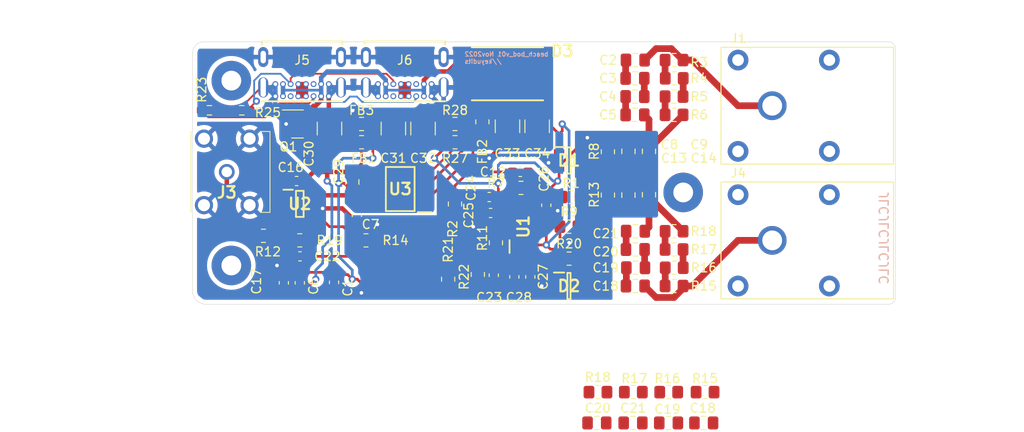
<source format=kicad_pcb>
(kicad_pcb (version 20211014) (generator pcbnew)
  (layers (0 "F.Cu" signal) (31 "B.Cu" signal) (34 "B.Paste" user) (35 "F.Paste" user) (36 "B.SilkS" user "B.Silkscreen") (37 "F.SilkS" user "F.Silkscreen") (38 "B.Mask" user) (39 "F.Mask" user) (44 "Edge.Cuts" user))
  (net 0 "")
  (net 1 "Net-(C2-Pad1)")
  (net 2 "GNDREF")
  (net 3 "VCC")
  (net 4 "Net-(C3-Pad1)")
  (net 5 "Net-(C4-Pad1)")
  (net 6 "greg")
  (net 7 "Net-(C12-Pad1)")
  (net 8 "Net-(C12-Pad2)")
  (net 9 "Net-(C13-Pad1)")
  (net 10 "Net-(C18-Pad1)")
  (net 11 "Net-(C18-Pad2)")
  (net 12 "Net-(C19-Pad2)")
  (net 13 "Net-(C20-Pad2)")
  (net 14 "Net-(C22-Pad1)")
  (net 15 "Net-(C22-Pad2)")
  (net 16 "Net-(C23-Pad1)")
  (net 17 "Net-(C23-Pad2)")
  (net 18 "V-")
  (net 19 "Net-(C30-Pad2)")
  (net 20 "V+")
  (net 21 "Net-(FB2-Pad2)")
  (net 22 "Net-(J3-Pad1)")
  (net 23 "Net-(J5-PadA6)")
  (net 26 "Net-(J6-PadA6)")
  (net 29 "Net-(R1-Pad1)")
  (net 30 "Net-(R14-Pad2)")
  (net 31 "Net-(R3-Pad2)")
  (net 32 "Net-(R4-Pad2)")
  (net 33 "Net-(R5-Pad2)")
  (net 34 "Net-(R15-Pad1)")
  (net 35 "Net-(R16-Pad1)")
  (net 36 "Net-(R17-Pad1)")
  (net 37 "Net-(U1-Pad3)")
  (net 38 "Net-(R27-Pad1)")
  (net 40 "cc1")
  (net 41 "cc2")
  (net 42 "Net-(C2-Pad2)")
  (net 43 "Net-(C5-Pad1)")
  (net 44 "Net-(C13-Pad2)")
  (footprint "kyuditsky_kicad:Banana_Jack_S_RA_73099" (layer "F.Cu") (at 160.782 96.52)
    (fp_text reference "J4")
    (fp_text value "Conn_01x01")
  )
  (footprint "kyuditsky_kicad:Banana_Jack_S_RA_73099" (layer "F.Cu") (at 160.782 81.534)
    (fp_text reference "J1")
    (fp_text value "Conn_01x01")
  )
  (footprint "MountingHole:MountingHole_2.2mm_M2_Pad" (layer "F.Cu") (at 150.876 91.186)
    (fp_text reference "REF**" hide)
    (fp_text value "MountingHole_2.2mm_M2_Pad")
  )
  (footprint "MountingHole:MountingHole_2.2mm_M2_Pad" (layer "F.Cu") (at 100.584 99.314)
    (fp_text reference "REF**" hide)
    (fp_text value "MountingHole_2.2mm_M2_Pad")
  )
  (footprint "kyuditsky_kicad:BNC5JPGNRABH2D" (layer "F.Cu") (at 100.076 88.9 90)
    (fp_text reference "J3")
    (fp_text value "BNC5-J-P-GN-RA-BH2D" hide)
  )
  (footprint "Resistor_SMD:R_0805_2012Metric_Pad1.20x1.40mm_HandSolder" (layer "F.Cu") (at 108.204 96.52)
    (fp_text reference "R19")
    (fp_text value "~")
  )
  (footprint "Resistor_SMD:R_0805_2012Metric_Pad1.20x1.40mm_HandSolder" (layer "F.Cu") (at 130.032 96.79 90)
    (fp_text reference "R11")
    (fp_text value "~")
  )
  (footprint "kyuditsky_kicad:bav199_tp_SOT95P237X125-3N" (layer "F.Cu") (at 138.16 101.6)
    (fp_text reference "D2")
    (fp_text value "BAV199-TP" hide)
  )
  (footprint "Capacitor_SMD:C_0805_2012Metric_Pad1.18x1.45mm_HandSolder" (layer "F.Cu") (at 145.5045 82.55 180)
    (fp_text reference "C5")
    (fp_text value "4pf")
  )
  (footprint "Resistor_SMD:R_0805_2012Metric_Pad1.20x1.40mm_HandSolder" (layer "F.Cu") (at 115.57 96.52 180)
    (fp_text reference "R14")
    (fp_text value "~")
  )
  (footprint "Capacitor_SMD:C_0603_1608Metric_Pad1.08x0.95mm_HandSolder" (layer "F.Cu") (at 107.8495 89.916)
    (fp_text reference "C16")
    (fp_text value "~")
  )
  (footprint "Capacitor_SMD:C_0805_2012Metric_Pad1.18x1.45mm_HandSolder" (layer "F.Cu") (at 144.78 91.483 90)
    (fp_text reference "C13")
    (fp_text value "350pF")
  )
  (footprint "Resistor_SMD:R_0805_2012Metric_Pad1.20x1.40mm_HandSolder" (layer "F.Cu") (at 128.524 83.328 90)
    (fp_text reference "FB2")
    (fp_text value "Ferrite_Bead")
  )
  (footprint "Resistor_SMD:R_0805_2012Metric_Pad1.20x1.40mm_HandSolder" (layer "F.Cu") (at 124.714 100.838 90)
    (fp_text reference "R21")
    (fp_text value "~")
  )
  (footprint "Resistor_SMD:R_0805_2012Metric_Pad1.20x1.40mm_HandSolder" (layer "F.Cu") (at 149.876 99.568 180)
    (fp_text reference "R16")
    (fp_text value "1M")
  )
  (footprint "Resistor_SMD:R_0805_2012Metric_Pad1.20x1.40mm_HandSolder" (layer "F.Cu") (at 132.826 90.678)
    (fp_text reference "R7")
    (fp_text value "~")
  )
  (footprint "Resistor_SMD:R_0805_2012Metric_Pad1.20x1.40mm_HandSolder" (layer "F.Cu") (at 145.3255 113.411)
    (fp_text reference "R17")
    (fp_text value "1M")
  )
  (footprint "Resistor_SMD:R_0805_2012Metric_Pad1.20x1.40mm_HandSolder" (layer "F.Cu") (at 149.86 82.55)
    (fp_text reference "R6")
    (fp_text value "1M")
  )
  (footprint "Capacitor_SMD:C_0603_1608Metric_Pad1.08x0.95mm_HandSolder" (layer "F.Cu") (at 129.286 91.694 180)
    (fp_text reference "C24")
    (fp_text value "~")
  )
  (footprint "Resistor_SMD:R_0805_2012Metric_Pad1.20x1.40mm_HandSolder" (layer "F.Cu") (at 142.494 91.4775 90)
    (fp_text reference "R13")
    (fp_text value "50k")
  )
  (footprint "Capacitor_SMD:C_0603_1608Metric_Pad1.08x0.95mm_HandSolder" (layer "F.Cu") (at 132.08 100.584 -90)
    (fp_text reference "C28")
    (fp_text value "~")
  )
  (footprint "Resistor_SMD:R_0805_2012Metric_Pad1.20x1.40mm_HandSolder" (layer "F.Cu") (at 141.3885 113.411)
    (fp_text reference "R18")
    (fp_text value "1M")
  )
  (footprint "Resistor_SMD:R_0805_2012Metric_Pad1.20x1.40mm_HandSolder" (layer "F.Cu") (at 149.86 97.536)
    (fp_text reference "R17")
    (fp_text value "1M")
  )
  (footprint "Capacitor_SMD:C_1210_3225Metric_Pad1.33x2.70mm_HandSolder" (layer "F.Cu") (at 111.506 84.074 -90)
    (fp_text reference "C30")
    (fp_text value "~")
  )
  (footprint "Resistor_SMD:R_0805_2012Metric_Pad1.20x1.40mm_HandSolder" (layer "F.Cu") (at 125.476 92.472 90)
    (fp_text reference "R2")
    (fp_text value "~")
  )
  (footprint "Capacitor_SMD:C_0603_1608Metric_Pad1.08x0.95mm_HandSolder" (layer "F.Cu") (at 112.014 101.1925 90)
    (fp_text reference "C1")
    (fp_text value "~")
  )
  (footprint "kyuditsky_kicad:SOIC127P600X175-8NLM7301" (layer "F.Cu") (at 119.38 90.805 180)
    (fp_text reference "U3")
    (fp_text value "LM7301" hide)
  )
  (footprint "Capacitor_SMD:C_0603_1608Metric_Pad1.08x0.95mm_HandSolder" (layer "F.Cu") (at 108.22 98.298)
    (fp_text reference "C22")
    (fp_text value "~")
  )
  (footprint "Capacitor_SMD:C_1210_3225Metric_Pad1.33x2.70mm_HandSolder" (layer "F.Cu") (at 121.92 84.074 -90)
    (fp_text reference "C32")
    (fp_text value "~")
  )
  (footprint "Resistor_SMD:R_0805_2012Metric_Pad1.20x1.40mm_HandSolder" (layer "F.Cu") (at 104.156 96.012)
    (fp_text reference "R12")
    (fp_text value "~")
  )
  (footprint "Resistor_SMD:R_0805_2012Metric_Pad1.20x1.40mm_HandSolder" (layer "F.Cu") (at 153.3105 113.411)
    (fp_text reference "R15")
    (fp_text value "1M")
  )
  (footprint "Resistor_SMD:R_0603_1608Metric_Pad0.98x0.95mm_HandSolder" (layer "F.Cu") (at 101.7505 82.042 180)
    (fp_text reference "R25")
    (fp_text value "5.1k")
  )
  (footprint "Capacitor_SMD:C_0603_1608Metric_Pad1.08x0.95mm_HandSolder" (layer "F.Cu") (at 114.554 93.726 90)
    (fp_text reference "C7")
    (fp_text value "~")
  )
  (footprint "Capacitor_SMD:C_0603_1608Metric_Pad1.08x0.95mm_HandSolder" (layer "F.Cu") (at 108.204 101.2455 -90)
    (fp_text reference "C6")
    (fp_text value "~")
  )
  (footprint "Resistor_SMD:R_0805_2012Metric_Pad1.20x1.40mm_HandSolder" (layer "F.Cu") (at 149.86 95.504 180)
    (fp_text reference "R18")
    (fp_text value "1M")
  )
  (footprint "Capacitor_SMD:C_0805_2012Metric_Pad1.18x1.45mm_HandSolder" (layer "F.Cu") (at 145.542 97.536 180)
    (fp_text reference "C20")
    (fp_text value "4pf")
  )
  (footprint "Capacitor_SMD:C_0805_2012Metric_Pad1.18x1.45mm_HandSolder" (layer "F.Cu") (at 145.542 101.6 180)
    (fp_text reference "C18")
    (fp_text value "4pf")
  )
  (footprint "Resistor_SMD:R_0805_2012Metric_Pad1.20x1.40mm_HandSolder" (layer "F.Cu") (at 142.494 86.6515 90)
    (fp_text reference "R8")
    (fp_text value "50k")
  )
  (footprint "Capacitor_SMD:C_1210_3225Metric_Pad1.33x2.70mm_HandSolder" (layer "F.Cu") (at 131.318 83.82 -90)
    (fp_text reference "C33")
    (fp_text value "~")
  )
  (footprint "kyuditsky_kicad:SOP65P490X110-9N_LTC6269" (layer "F.Cu") (at 133.096 94.996 90)
    (fp_text reference "U1")
    (fp_text value "LTC6269" hide)
  )
  (footprint "Resistor_SMD:R_0805_2012Metric_Pad1.20x1.40mm_HandSolder" (layer "F.Cu") (at 125.476 85.598 180)
    (fp_text reference "R27")
    (fp_text value "~")
  )
  (footprint "Resistor_SMD:R_0805_2012Metric_Pad1.20x1.40mm_HandSolder" (layer "F.Cu") (at 115.078 83.566 180)
    (fp_text reference "FB3")
    (fp_text value "Ferrite_Bead")
  )
  (footprint "Resistor_SMD:R_0805_2012Metric_Pad1.20x1.40mm_HandSolder" (layer "F.Cu") (at 149.86 80.518 180)
    (fp_text reference "R5")
    (fp_text value "1M")
  )
  (footprint "Resistor_SMD:R_0805_2012Metric_Pad1.20x1.40mm_HandSolder" (layer "F.Cu") (at 138.16 94.996)
    (fp_text reference "R9")
    (fp_text value "DNP")
  )
  (footprint "Capacitor_SMD:C_1210_3225Metric_Pad1.33x2.70mm_HandSolder" (layer "F.Cu") (at 118.618 84.074 -90)
    (fp_text reference "C31")
    (fp_text value "~")
  )
  (footprint "Capacitor_SMD:C_0805_2012Metric_Pad1.18x1.45mm_HandSolder" (layer "F.Cu") (at 145.585 99.568)
    (fp_text reference "C19")
    (fp_text value "4pf")
  )
  (footprint "Capacitor_SMD:C_0805_2012Metric_Pad1.18x1.45mm_HandSolder" (layer "F.Cu") (at 145.5045 78.486 180)
    (fp_text reference "C3")
    (fp_text value "4pf")
  )
  (footprint "Capacitor_SMD:C_0603_1608Metric_Pad1.08x0.95mm_HandSolder" (layer "F.Cu") (at 135.636 92.6095 90)
    (fp_text reference "C26")
    (fp_text value "~")
  )
  (footprint "Resistor_SMD:R_0805_2012Metric_Pad1.20x1.40mm_HandSolder" (layer "F.Cu") (at 149.86 101.6)
    (fp_text reference "R15")
    (fp_text value "1M")
  )
  (footprint "Capacitor_SMD:C_0603_1608Metric_Pad1.08x0.95mm_HandSolder" (layer "F.Cu") (at 129.794 100.3985 90)
    (fp_text reference "C23")
    (fp_text value "~")
  )
  (footprint "MountingHole:MountingHole_2.2mm_M2_Pad" (layer "F.Cu") (at 100.584 78.74)
    (fp_text reference "REF**" hide)
    (fp_text value "MountingHole_2.2mm_M2_Pad")
  )
  (footprint "kyuditsky_kicad:littlefuseTVS" (layer "F.Cu") (at 131.318 77.978 180)
    (fp_text reference "D3")
    (fp_text value "SMCJ5.0A" hide)
  )
  (footprint "kyuditsky_kicad:SOT95P280X100-6N_LTC6268" (layer "F.Cu") (at 108.204 92.456)
    (fp_text reference "U2")
    (fp_text value "LTC6268" hide)
  )
  (footprint "Resistor_SMD:R_0805_2012Metric_Pad1.20x1.40mm_HandSolder" (layer "F.Cu") (at 128.016 100.314 90)
    (fp_text reference "R22")
    (fp_text value "~")
  )
  (footprint "Resistor_SMD:R_0805_2012Metric_Pad1.20x1.40mm_HandSolder" (layer "F.Cu") (at 149.86 76.454 180)
    (fp_text reference "R3")
    (fp_text value "1M")
  )
  (footprint "kyuditsky_kicad:GCT_USB4085-GF-A_REVA4" (layer "F.Cu") (at 119.888 76.454 180)
    (fp_text reference "J6")
    (fp_text value "USB4085-GF-A_REVA4")
  )
  (footprint "Capacitor_SMD:C_0603_1608Metric_Pad1.08x0.95mm_HandSolder" (layer "F.Cu") (at 132.7415 88.9)
    (fp_text reference "C12")
    (fp_text value "~")
  )
  (footprint "kyuditsky_kicad:GCT_USB4085-GF-A_REVA4" (layer "F.Cu") (at 108.458 76.454 180)
    (fp_text reference "J5")
    (fp_text value "USB4085-GF-A_REVA4")
  )
  (footprint "Capacitor_SMD:C_0603_1608Metric_Pad1.08x0.95mm_HandSolder" (layer "F.Cu") (at 106.426 101.2455 -90)
    (fp_text reference "C17")
    (fp_text value "~")
  )
  (footprint "Capacitor_SMD:C_0805_2012Metric_Pad1.18x1.45mm_HandSolder" (layer "F.Cu") (at 145.5635 95.504)
    (fp_text reference "C21")
    (fp_text value "4pf")
  )
  (footprint "Capacitor_SMD:C_0805_2012Metric_Pad1.18x1.45mm_HandSolder" (layer "F.Cu") (at 144.78 86.614 90)
    (fp_text reference "C8")
    (fp_text value "350pF")
  )
  (footprint "Resistor_SMD:R_0805_2012Metric_Pad1.20x1.40mm_HandSolder" (layer "F.Cu") (at 138.176 98.552)
    (fp_text reference "R20")
    (fp_text value "~")
  )
  (footprint "Capacitor_SMD:C_0805_2012Metric_Pad1.18x1.45mm_HandSolder" (layer "F.Cu") (at 147.066 86.614 90)
    (fp_text reference "C9")
    (fp_text value "350pF")
  )
  (footprint "Resistor_SMD:R_0805_2012Metric_Pad1.20x1.40mm_HandSolder" (layer "F.Cu") (at 115.078 85.598 180)
    (fp_text reference "FB1")
    (fp_text value "Ferrite_Bead")
  )
  (footprint "Package_TO_SOT_SMD:SOT-23" (layer "F.Cu") (at 107.95 83.566)
    (fp_text reference "Q1")
    (fp_text value "AO3401A")
  )
  (footprint "Capacitor_SMD:C_0805_2012Metric_Pad1.18x1.45mm_HandSolder" (layer "F.Cu") (at 145.288 116.84 180)
    (fp_text reference "C20")
    (fp_text value "4pf")
  )
  (footprint "Capacitor_SMD:C_0805_2012Metric_Pad1.18x1.45mm_HandSolder" (layer "F.Cu") (at 147.066 91.44 90)
    (fp_text reference "C14")
    (fp_text value "350pF")
  )
  (footprint "Capacitor_SMD:C_0805_2012Metric_Pad1.18x1.45mm_HandSolder" (layer "F.Cu") (at 145.5045 80.518)
    (fp_text reference "C4")
    (fp_text value "4pf")
  )
  (footprint "Capacitor_SMD:C_0805_2012Metric_Pad1.18x1.45mm_HandSolder" (layer "F.Cu") (at 145.542 76.454)
    (fp_text reference "C2")
    (fp_text value "4pf")
  )
  (footprint "Capacitor_SMD:C_0805_2012Metric_Pad1.18x1.45mm_HandSolder" (layer "F.Cu") (at 153.162 116.84 180)
    (fp_text reference "C18")
    (fp_text value "4pf")
  )
  (footprint "kyuditsky_kicad:bav199_tp_SOT95P237X125-3N" (layer "F.Cu") (at 138.16 87.63)
    (fp_text reference "D1")
    (fp_text value "BAV199-TP" hide)
  )
  (footprint "Capacitor_SMD:C_0805_2012Metric_Pad1.18x1.45mm_HandSolder" (layer "F.Cu") (at 114.046 90.0215 -90)
    (fp_text reference "C29")
    (fp_text value "~")
  )
  (footprint "Resistor_SMD:R_0805_2012Metric_Pad1.20x1.40mm_HandSolder" (layer "F.Cu") (at 138.414 91.694)
    (fp_text reference "R1")
    (fp_text value "~")
  )
  (footprint "Resistor_SMD:R_0805_2012Metric_Pad1.20x1.40mm_HandSolder" (layer "F.Cu") (at 149.2625 113.411)
    (fp_text reference "R16")
    (fp_text value "1M")
  )
  (footprint "Resistor_SMD:R_0805_2012Metric_Pad1.20x1.40mm_HandSolder" (layer "F.Cu") (at 125.476 83.566 180)
    (fp_text reference "R28")
    (fp_text value "~")
  )
  (footprint "Capacitor_SMD:C_1210_3225Metric_Pad1.33x2.70mm_HandSolder" (layer "F.Cu") (at 134.62 83.82 -90)
    (fp_text reference "C34")
    (fp_text value "~")
  )
  (footprint "Capacitor_SMD:C_0805_2012Metric_Pad1.18x1.45mm_HandSolder" (layer "F.Cu") (at 141.267 116.84 180)
    (fp_text reference "C21")
    (fp_text value "4pf")
  )
  (footprint "Capacitor_SMD:C_0603_1608Metric_Pad1.08x0.95mm_HandSolder" (layer "F.Cu") (at 133.858 100.584 -90)
    (fp_text reference "C27")
    (fp_text value "~")
  )
  (footprint "Capacitor_SMD:C_0603_1608Metric_Pad1.08x0.95mm_HandSolder" (layer "F.Cu") (at 129.4395 93.472 180)
    (fp_text reference "C25")
    (fp_text value "~")
  )
  (footprint "Resistor_SMD:R_0805_2012Metric_Pad1.20x1.40mm_HandSolder" (layer "F.Cu") (at 149.876 78.486)
    (fp_text reference "R4")
    (fp_text value "1M")
  )
  (footprint "Resistor_SMD:R_0603_1608Metric_Pad0.98x0.95mm_HandSolder" (layer "F.Cu") (at 98.1475 82.042 180)
    (fp_text reference "R23")
    (fp_text value "5.1k")
  )
  (footprint "Capacitor_SMD:C_0805_2012Metric_Pad1.18x1.45mm_HandSolder" (layer "F.Cu") (at 149.2465 116.84 180)
    (fp_text reference "C19")
    (fp_text value "4pf")
  )
  (gr_line locked (start 97.536 74.422) (end 173.736 74.422) (layer "Edge.Cuts") (width 0.05))
  (gr_line locked (start 174.498 75.184) (end 174.498 102.87) (layer "Edge.Cuts") (width 0.05))
  (gr_arc locked (start 96.266 75.692) (mid 96.637974 74.793974) (end 97.536 74.422) (layer "Edge.Cuts") (width 0.05))
  (gr_line locked (start 173.736 103.632) (end 97.79 103.632) (layer "Edge.Cuts") (width 0.05))
  (gr_arc locked (start 174.498 102.87) (mid 174.274815 103.408815) (end 173.736 103.632) (layer "Edge.Cuts") (width 0.05))
  (gr_arc locked (start 97.79 103.632) (mid 96.712369 103.185631) (end 96.266 102.108) (layer "Edge.Cuts") (width 0.05))
  (gr_arc locked (start 173.736 74.422) (mid 174.274815 74.645185) (end 174.498 75.184) (layer "Edge.Cuts") (width 0.05))
  (gr_line locked (start 96.266 75.692) (end 96.266 102.108) (layer "Edge.Cuts") (width 0.05))
  (gr_text "JLCJLCJLCJLC" (at 173.228 96.266 90) (layer "B.SilkS") (effects (font (size 1 1)) (justify mirror)))
  (gr_text "beach_bod_v01 Nov2022\n//keyudits" (at 126.492 76.2) (layer "B.SilkS") (effects (font (size 0.5 0.5) (thickness 0.1)) (justify right mirror)))
  (segment (start 144.467 76.4915) (end 144.5045 76.454) (width 0.75) (layer "F.Cu") (net 1))
  (segment (start 144.467 78.486) (end 144.467 76.4915) (width 0.75) (layer "F.Cu") (net 1))
  (segment (start 137.668 96.774) (end 138.176 96.774) (width 0.3) (layer "F.Cu") (net 2))
  (segment (start 112.014 102.055) (end 112.321 102.362) (width 0.5) (layer "F.Cu") (net 2))
  (segment (start 134.62 85.3825) (end 131.318 85.3825) (width 0.5) (layer "F.Cu") (net 2))
  (segment (start 116.57 96.52) (end 116.57 95.012) (width 0.3) (layer "F.Cu") (net 2))
  (segment (start 112.321 102.362) (end 115.062 102.362) (width 0.5) (layer "F.Cu") (net 2))
  (segment (start 116.6865 94.5885) (end 116.84 94.742) (width 0.5) (layer "F.Cu") (net 2))
  (segment (start 137.368 87.93) (end 135.936 87.93) (width 0.3) (layer "F.Cu") (net 2))
  (segment (start 116.84 94.742) (end 114.7075 94.742) (width 0.5) (layer "F.Cu") (net 2))
  (segment (start 128.524 84.328) (end 129.5785 85.3825) (width 0.5) (layer "F.Cu") (net 2))
  (segment (start 110.744 92.964) (end 112.9295 92.964) (width 0.5) (layer "F.Cu") (net 2))
  (segment (start 136.906 94.742) (end 137.16 94.996) (width 0.3) (layer "F.Cu") (net 2))
  (segment (start 135.936 87.93) (end 135.89 87.884) (width 0.3) (layer "F.Cu") (net 2))
  (segment (start 114.7075 94.742) (end 114.554 94.5885) (width 0.5) (layer "F.Cu") (net 2))
  (segment (start 129.3245 87.376) (end 131.318 85.3825) (width 0.5) (layer "F.Cu") (net 2))
  (segment (start 105.971 88.555) (end 102.616 85.2) (width 0.5) (layer "F.Cu") (net 2))
  (segment (start 116.57 95.012) (end 116.84 94.742) (width 0.3) (layer "F.Cu") (net 2))
  (segment (start 106.426 100.383) (end 106.426 100.076) (width 0.5) (layer "F.Cu") (net 2))
  (segment (start 128.577 93.472) (end 128.577 93.927) (width 0.3) (layer "F.Cu") (net 2))
  (segment (start 137.16 94.996) (end 137.16 96.266) (width 0.3) (layer "F.Cu") (net 2))
  (segment (start 132.08 101.4465) (end 133.858 101.4465) (width 0.3) (layer "F.Cu") (net 2))
  (segment (start 128.577 93.927) (end 127.508 94.996) (width 0.3) (layer "F.Cu") (net 2))
  (segment (start 136.906 93.218) (end 136.906 94.742) (width 0.3) (layer "F.Cu") (net 2))
  (segment (start 112.9295 92.964) (end 114.554 94.5885) (width 0.5) (layer "F.Cu") (net 2))
  (segment (start 133.858 101.4465) (end 133.858 101.854) (width 0.3) (layer "F.Cu") (net 2))
  (segment (start 105.971 88.555) (end 105.971 88.9) (width 0.5) (layer "F.Cu") (net 2))
  (segment (start 133.858 101.4465) (end 135.0275 101.4465) (width 0.3) (layer "F.Cu") (net 2))
  (segment (start 106.426 100.076) (end 105.664 99.314) (width 0.5) (layer "F.Cu") (net 2))
  (segment (start 135.0275 101.4465) (end 135.128 101.346) (width 0.3) (layer "F.Cu") (net 2))
  (segment (start 129.5785 85.3825) (end 131.318 85.3825) (width 0.5) (layer "F.Cu") (net 2))
  (segment (start 137.16 96.266) (end 137.668 96.774) (width 0.3) (layer "F.Cu") (net 2))
  (segment (start 128.577 91.694) (end 128.577 93.472) (width 0.3) (layer "F.Cu") (net 2))
  (segment (start 140.208 85.09) (end 137.368 87.93) (width 0.3) (layer "F.Cu") (net 2))
  (segment (start 105.971 88.9) (end 106.987 89.916) (width 0.5) (layer "F.Cu") (net 2))
  (segment (start 129.286 87.376) (end 129.3245 87.376) (width 0.5) (layer "F.Cu") (net 2))
  (via (at 116.84 94.742) (size 0.8) (drill 0.4) (layers "F.Cu" "B.Cu") (net 2))
  (via (at 140.208 85.09) (size 0.8) (drill 0.4) (layers "F.Cu" "B.Cu") (net 2))
  (via (at 129.286 87.376) (size 0.8) (drill 0.4) (layers "F.Cu" "B.Cu") (net 2))
  (via (at 136.906 93.218) (size 0.8) (drill 0.4) (layers "F.Cu" "B.Cu") (net 2))
  (via (at 115.062 102.362) (size 0.8) (drill 0.4) (layers "F.Cu" "B.Cu") (net 2))
  (via (at 135.89 87.884) (size 0.8) (drill 0.4) (layers "F.Cu" "B.Cu") (net 2))
  (via (at 105.664 99.314) (size 0.8) (drill 0.4) (layers "F.Cu" "B.Cu") (net 2))
  (via (at 110.744 92.964) (size 0.8) (drill 0.4) (layers "F.Cu" "B.Cu") (net 2))
  (via (at 127.508 94.996) (size 0.8) (drill 0.4) (layers "F.Cu" "B.Cu") (net 2))
  (via (at 138.176 96.774) (size 0.8) (drill 0.4) (layers "F.Cu" "B.Cu") (net 2))
  (via (at 135.128 101.6) (size 0.8) (drill 0.4) (layers "F.Cu" "B.Cu") (net 2))
  (segment (start 113.538 100.33) (end 112.014 100.33) (width 0.3) (layer "F.Cu") (net 3))
  (segment (start 135.464 102.788) (end 116.548661 102.788) (width 0.3) (layer "F.Cu") (net 3))
  (segment (start 116.332 87.376) (end 116.332 85.852) (width 0.3) (layer "F.Cu") (net 3))
  (segment (start 112.014 100.33) (end 111.76 100.076) (width 0.3) (layer "F.Cu") (net 3))
  (segment (start 113.985 90.998) (end 114.046 91.059) (width 0.5) (layer "F.Cu") (net 3))
  (segment (start 114.554 91.567) (end 114.046 91.059) (width 0.5) (layer "F.Cu") (net 3))
  (segment (start 113.157 90.17) (end 114.046 91.059) (width 0.3) (layer "F.Cu") (net 3))
  (segment (start 112.522 90.17) (end 113.157 90.17) (width 0.3) (layer "F.Cu") (net 3))
  (segment (start 114.598661 100.838) (end 114.046 100.838) (width 0.3) (layer "F.Cu") (net 3))
  (segment (start 130.302 91.694) (end 130.302 93.472) (width 0.3) (layer "F.Cu") (net 3))
  (segment (start 111.76 100.076) (end 108.511 100.076) (width 0.3) (layer "F.Cu") (net 3))
  (segment (start 116.669 91.44) (end 117.108 91.44) (width 0.25) (layer "F.Cu") (net 3))
  (segment (start 137.06 102.55) (end 135.702 102.55) (width 0.3) (layer "F.Cu") (net 3))
  (segment (start 113.599 91.506) (end 114.046 91.059) (width 0.5) (layer "F.Cu") (net 3))
  (segment (start 108.511 100.076) (end 108.204 100.383) (width 0.3) (layer "F.Cu") (net 3))
  (segment (start 114.046 91.059) (end 114.427 91.44) (width 0.3) (layer "F.Cu") (net 3))
  (segment (start 116.669 91.44) (end 115.824 91.44) (width 0.25) (layer "F.Cu") (net 3))
  (segment (start 135.636 91.747) (end 135.636 91.186) (width 0.3) (layer "F.Cu") (net 3))
  (segment (start 114.554 92.8635) (end 114.554 91.567) (width 0.5) (layer "F.Cu") (net 3))
  (segment (start 116.548661 102.788) (end 114.598661 100.838) (width 0.3) (layer "F.Cu") (net 3))
  (segment (start 115.555 86.121) (end 116.078 85.598) (width 0.3) (layer "F.Cu") (net 3))
  (segment (start 114.046 100.838) (end 113.538 100.33) (width 0.3) (layer "F.Cu") (net 3))
  (segment (start 137.06 89.762) (end 136.906 89.916) (width 0.3) (layer "F.Cu") (net 3))
  (segment (start 130.302 93.472) (end 131.433 93.472) (width 0.3) (layer "F.Cu") (net 3))
  (segment (start 124.476 85.598) (end 116.078 85.598) (width 1) (layer "F.Cu") (net 3))
  (segment (start 123.19 87.376) (end 124.476 86.09) (width 0.3) (layer "F.Cu") (net 3))
  (segment (start 116.332 85.852) (end 116.078 85.598) (width 0.3) (layer "F.Cu") (net 3))
  (segment (start 135.636 91.186) (end 136.906 89.916) (width 0.3) (layer "F.Cu") (net 3))
  (segment (start 135.702 102.55) (end 135.464 102.788) (width 0.3) (layer "F.Cu") (net 3))
  (segment (start 114.427 91.44) (end 116.669 91.44) (width 0.3) (layer "F.Cu") (net 3))
  (segment (start 137.06 88.58) (end 137.06 89.762) (width 0.3) (layer "F.Cu") (net 3))
  (segment (start 110.012 91.506) (end 113.599 91.506) (width 0.5) (layer "F.Cu") (net 3))
  (segment (start 130.302 91.694) (end 130.302 90.17) (width 0.3) (layer "F.Cu") (net 3))
  (segment (start 131.433 93.472) (end 132.121 92.784) (width 0.3) (layer "F.Cu") (net 3))
  (segment (start 124.476 86.09) (end 124.476 85.598) (width 0.3) (layer "F.Cu") (net 3))
  (via (at 136.906 89.916) (size 0.8) (drill 0.4) (layers "F.Cu" "B.Cu") (net 3))
  (via (at 123.19 87.376) (size 0.8) (drill 0.4) (layers "F.Cu" "B.Cu") (net 3))
  (via (at 112.522 90.17) (size 0.8) (drill 0.4) (layers "F.Cu" "B.Cu") (net 3))
  (via (at 116.332 87.376) (size 0.8) (drill 0.4) (layers "F.Cu" "B.Cu") (net 3))
  (via (at 130.302 90.17) (size 0.8) (drill 0.4) (layers "F.Cu" "B.Cu") (net 3))
  (via (at 114.046 100.838) (size 0.8) (drill 0.4) (layers "F.Cu" "B.Cu") (net 3))
  (via (at 116.332 87.376) (size 0.8) (drill 0.4) (layers "F.Cu" "B.Cu") (net 3))
  (segment (start 123.19 87.376) (end 125.984 90.17) (width 0.3) (layer "B.Cu") (net 3))
  (segment (start 130.302 90.17) (end 130.302 88.138) (width 0.3) (layer "B.Cu") (net 3))
  (segment (start 112.522 98.298) (end 114.046 99.822) (width 0.3) (layer "B.Cu") (net 3))
  (segment (start 130.556 87.884) (end 134.366 87.884) (width 0.3) (layer "B.Cu") (net 3))
  (segment (start 125.984 90.17) (end 130.302 90.17) (width 0.3) (layer "B.Cu") (net 3))
  (segment (start 112.776 90.424) (end 112.522 90.17) (width 0.3) (layer "B.Cu") (net 3))
  (segment (start 113.03 87.376) (end 116.332 87.376) (width 0.3) (layer "B.Cu") (net 3))
  (segment (start 134.366 87.884) (end 136.398 89.916) (width 0.3) (layer "B.Cu") (net 3))
  (segment (start 136.398 89.916) (end 136.906 89.916) (width 0.3) (layer "B.Cu") (net 3))
  (segment (start 112.522 87.884) (end 113.03 87.376) (width 0.3) (layer "B.Cu") (net 3))
  (segment (start 114.046 99.822) (end 114.046 100.838) (width 0.3) (layer "B.Cu") (net 3))
  (segment (start 130.302 88.138) (end 130.556 87.884) (width 0.3) (layer "B.Cu") (net 3))
  (segment (start 112.522 90.17) (end 112.522 87.884) (width 0.3) (layer "B.Cu") (net 3))
  (segment (start 112.522 90.17) (end 112.522 98.298) (width 0.3) (layer "B.Cu") (net 3))
  (segment (start 146.542 78.486) (end 146.542 80.518) (width 0.75) (layer "F.Cu") (net 4))
  (segment (start 144.467 80.518) (end 144.467 82.55) (width 0.75) (layer "F.Cu") (net 5))
  (segment (start 113.454 88.984) (end 114.046 88.984) (width 0.3) (layer "F.Cu") (net 6))
  (segment (start 133.858 99.7215) (end 134.7865 100.65) (width 0.3) (layer "F.Cu") (net 6))
  (segment (start 122.787173 88.9) (end 122.091 88.9) (width 0.25) (layer "F.Cu") (net 6))
  (segment (start 137.774528 97.502) (end 138.176 97.903472) (width 0.3) (layer "F.Cu") (net 6))
  (segment (start 108.712 89.916) (end 108.387 90.241) (width 0.5) (layer "F.Cu") (net 6))
  (segment (start 114.046 88.984) (end 115.055 87.975) (width 0.3) (layer "F.Cu") (net 6))
  (segment (start 137.06 84.6975) (end 134.62 82.2575) (width 0.3) (layer "F.Cu") (net 6))
  (segment (start 109.982 100.838) (end 108.712 102.108) (width 0.3) (layer "F.Cu") (net 6))
  (segment (start 121.92 82.5115) (end 123.4215 82.5115) (width 1) (layer "F.Cu") (net 6))
  (segment (start 107.95 92.456) (end 107.412 92.456) (width 0.5) (layer "F.Cu") (net 6))
  (segment (start 116.078 83.566) (end 117.1325 82.5115) (width 1) (layer "F.Cu") (net 6))
  (segment (start 131.318 82.2575) (end 130.3385 81.278) (width 1) (layer "F.Cu") (net 6))
  (segment (start 115.055 87.975) (end 115.055 84.589) (width 0.3) (layer "F.Cu") (net 6))
  (segment (start 138.176 99.568) (end 137.094 100.65) (width 0.3) (layer "F.Cu") (net 6))
  (segment (start 108.712 102.108) (end 108.204 102.108) (width 0.3) (layer "F.Cu") (net 6))
  (segment (start 111.252 88.9) (end 113.962 88.9) (width 0.5) (layer "F.Cu") (net 6))
  (segment (start 124.476 83.566) (end 125.401 84.491) (width 0.25) (layer "F.Cu") (net 6))
  (segment (start 108.387 92.019) (end 107.95 92.456) (width 0.5) (layer "F.Cu") (net 6))
  (segment (start 135.636 93.472) (end 135.636 97.028) (width 0.3) (layer "F.Cu") (net 6))
  (segment (start 111.252 88.9) (end 111.252 89.916) (width 0.5) (layer "F.Cu") (net 6))
  (segment (start 134.62 82.2575) (end 131.318 82.2575) (width 1) (layer "F.Cu") (net 6))
  (segment (start 116.669 88.9) (end 114.13 88.9) (width 0.3) (layer "F.Cu") (net 6))
  (segment (start 137.414 84.3435) (end 137.414 83.566) (width 0.3) (layer "F.Cu") (net 6))
  (segment (start 109.728 88.9) (end 108.712 89.916) (width 0.5) (layer "F.Cu") (net 6))
  (segment (start 134.546 97.208) (end 134.726 97.028) (width 0.3) (layer "F.Cu") (net 6))
  (segment (start 137.06 86.68) (end 137.06 84.936) (width 0.3) (layer "F.Cu") (net 6))
  (segment (start 135.636 97.028) (end 136.11 97.502) (width 0.3) (layer "F.Cu") (net 6))
  (segment (start 129.794 80.772) (end 126.492 80.772) (width 1) (layer "F.Cu") (net 6))
  (segment (start 137.094 100.65) (end 137.06 100.65) (width 0.3) (layer "F.Cu") (net 6))
  (segment (start 130.3 81.278) (end 129.794 80.772) (width 1) (layer "F.Cu") (net 6))
  (segment (start 114.13 88.9) (end 114.046 88.984) (width 0.3) (layer "F.Cu") (net 6))
  (segment (start 138.176 97.903472) (end 138.176 99.568) (width 0.3) (layer "F.Cu") (net 6))
  (segment (start 108.204 102.108) (end 106.426 102.108) (width 0.3) (layer "F.Cu") (net 6))
  (segment (start 123.4215 82.5115) (end 124.476 83.566) (width 1) (layer "F.Cu") (net 6))
  (segment (start 126.492 80.772) (end 124.46 82.804) (width 1) (layer "F.Cu") (net 6))
  (segment (start 137.06 84.6975) (end 137.414 84.3435) (width 0.3) (layer "F.Cu") (net 6))
  (segment (start 118.618 82.5115) (end 121.92 82.5115) (width 1) (layer "F.Cu") (net 6))
  (segment (start 125.401 86.286173) (end 122.787173 88.9) (width 0.25) (layer "F.Cu") (net 6))
  (segment (start 136.11 97.502) (end 137.774528 97.502) (width 0.3) (layer "F.Cu") (net 6))
  (segment (start 137.06 84.936) (end 137.06 84.6975) (width 0.3) (layer "F.Cu") (net 6))
  (segment (start 115.055 84.589) (end 116.078 83.566) (width 0.3) (layer "F.Cu") (net 6))
  (segment (start 113.962 88.9) (end 114.046 88.984) (width 0.5) (layer "F.Cu") (net 6))
  (segment (start 134.071 97.208) (end 134.546 97.208) (width 0.3) (layer "F.Cu") (net 6))
  (segment (start 111.252 88.9) (end 109.728 88.9) (width 0.5) (layer "F.Cu") (net 6))
  (segment (start 116.669 88.9) (end 122.091 88.9) (width 0.3) (layer "F.Cu") (net 6))
  (segment (start 132.08 99.7215) (end 133.858 99.7215) (width 0.3) (layer "F.Cu") (net 6))
  (segment (start 134.071 99.5085) (end 133.858 99.7215) (width 0.3) (layer "F.Cu") (net 6))
  (segment (start 117.1325 82.5115) (end 118.618 82.5115) (width 1) (layer "F.Cu") (net 6))
  (segment (start 134.726 97.028) (end 135.636 97.028) (width 0.3) (layer "F.Cu") (net 6))
  (segment (start 130.3385 81.278) (end 130.3 81.278) (width 1) (layer "F.Cu") (net 6))
  (segment (start 125.401 84.491) (end 125.401 86.286173) (width 0.25) (layer "F.Cu") (net 6))
  (segment (start 108.387 90.241) (end 108.387 92.019) (width 0.5) (layer "F.Cu") (net 6))
  (segment (start 134.7865 100.65) (end 137.06 100.65) (width 0.3) (layer "F.Cu") (net 6))
  (via (at 111.252 89.916) (size 0.8) (drill 0.4) (layers "F.Cu" "B.Cu") (net 6))
  (via (at 109.982 100.838) (size 0.8) (drill 0.4) (layers "F.Cu" "B.Cu") (net 6))
  (via (at 137.414 83.566) (size 0.8) (drill 0.4) (layers "F.Cu" "B.Cu") (net 6))
  (via (at 135.636 97.028) (size 0.8) (drill 0.4) (layers "F.Cu" "B.Cu") (net 6))
  (segment (start 111.772 96.254) (end 110.744 97.282) (width 0.3) (layer "B.Cu") (net 6))
  (segment (start 111.772 90.436) (end 111.252 89.916) (width 0.3) (layer "B.Cu") (net 6))
  (segment (start 110.744 99.06) (end 109.982 99.822) (width 0.3) (layer "B.Cu") (net 6))
  (segment (start 138.176 84.328) (end 138.176 94.488) (width 0.3) (layer "B.Cu") (net 6))
  (segment (start 110.744 97.282) (end 110.744 99.06) (width 0.3) (layer "B.Cu") (net 6))
  (segment (start 137.414 83.566) (end 138.176 84.328) (width 0.3) (layer "B.Cu") (net 6))
  (segment (start 111.772 96.254) (end 111.772 90.436) (width 0.3) (layer "B.Cu") (net 6))
  (segment (start 138.176 94.488) (end 135.636 97.028) (width 0.3) (layer "B.Cu") (net 6))
  (segment (start 109.982 99.822) (end 109.982 100.838) (width 0.3) (layer "B.Cu") (net 6))
  (segment (start 125.476 90.424) (end 125.476 91.472) (width 0.3) (layer "F.Cu") (net 7))
  (segment (start 131.879 88.9) (end 131.879 90.625) (width 0.3) (layer "F.Cu") (net 7))
  (segment (start 131.879 90.625) (end 131.826 90.678) (width 0.3) (layer "F.Cu") (net 7))
  (segment (start 132.771 92.784) (end 132.771 91.623) (width 0.3) (layer "F.Cu") (net 7))
  (segment (start 127 88.9) (end 125.476 90.424) (width 0.3) (layer "F.Cu") (net 7))
  (segment (start 131.879 88.9) (end 127 88.9) (width 0.3) (layer "F.Cu") (net 7))
  (segment (start 132.771 91.623) (end 131.826 90.678) (width 0.3) (layer "F.Cu") (net 7))
  (segment (start 133.346 91.158) (end 133.346 92.46) (width 0.3) (layer "F.Cu") (net 8))
  (segment (start 133.321 93.7965) (end 132.0255 93.7965) (width 0.2) (layer "F.Cu") (net 8))
  (segment (start 133.604 88.9) (end 133.604 90.456) (width 0.3) (layer "F.Cu") (net 8))
  (segment (start 133.826 90.678) (end 133.346 91.158) (width 0.3) (layer "F.Cu") (net 8))
  (segment (start 133.604 90.456) (end 133.826 90.678) (width 0.3) (layer "F.Cu") (net 8))
  (segment (start 133.421 92.784) (end 133.421 93.6965) (width 0.2) (layer "F.Cu") (net 8))
  (segment (start 132.0255 93.7965) (end 130.032 95.79) (width 0.2) (layer "F.Cu") (net 8))
  (segment (start 133.421 93.6965) (end 133.321 93.7965) (width 0.2) (layer "F.Cu") (net 8))
  (segment (start 142.494 92.4775) (end 142.494 95.234) (width 0.75) (layer "F.Cu") (net 9))
  (segment (start 150.86 95.488) (end 147.8495 92.4775) (width 0.75) (layer "F.Cu") (net 9))
  (segment (start 142.494 95.234) (end 139.176 98.552) (width 0.75) (layer "F.Cu") (net 9))
  (segment (start 139.26 101.6) (end 139.26 98.636) (width 0.75) (layer "F.Cu") (net 9))
  (segment (start 147.066 92.4775) (end 147.066 95.039) (width 0.75) (layer "F.Cu") (net 9))
  (segment (start 147.066 95.039) (end 146.601 95.504) (width 0.75) (layer "F.Cu") (net 9))
  (segment (start 150.86 95.504) (end 150.86 95.488) (width 0.75) (layer "F.Cu") (net 9))
  (segment (start 147.8495 92.4775) (end 147.066 92.4775) (width 0.75) (layer "F.Cu") (net 9))
  (segment (start 139.26 98.636) (end 139.176 98.552) (width 0.75) (layer "F.Cu") (net 9))
  (segment (start 147.066 92.4775) (end 142.494 92.4775) (width 0.75) (layer "F.Cu") (net 9))
  (segment (start 149.855 102.875) (end 147.8545 102.875) (width 0.75) (layer "F.Cu") (net 10))
  (segment (start 150.86 101.6) (end 151.892 101.6) (width 0.75) (layer "F.Cu") (net 10))
  (segment (start 150.86 101.87) (end 149.855 102.875) (width 0.75) (layer "F.Cu") (net 10))
  (segment (start 147.8545 102.875) (end 146.5795 101.6) (width 0.75) (layer "F.Cu") (net 10))
  (segment (start 156.972 96.52) (end 160.782 96.52) (width 0.75) (layer "F.Cu") (net 10))
  (segment (start 151.892 101.6) (end 156.972 96.52) (width 0.75) (layer "F.Cu") (net 10))
  (segment (start 150.86 101.6) (end 150.86 101.87) (width 0.75) (layer "F.Cu") (net 10))
  (segment (start 144.5475 101.557) (end 144.5045 101.6) (width 0.75) (layer "F.Cu") (net 11))
  (segment (start 144.5475 99.568) (end 144.5475 101.557) (width 0.75) (layer "F.Cu") (net 11))
  (segment (start 146.5795 99.525) (end 146.6225 99.568) (width 0.75) (layer "F.Cu") (net 12))
  (segment (start 146.5795 97.536) (end 146.5795 99.525) (width 0.75) (layer "F.Cu") (net 12))
  (segment (start 144.526 97.5145) (end 144.5045 97.536) (width 0.75) (layer "F.Cu") (net 13))
  (segment (start 144.526 95.504) (end 144.526 97.5145) (width 0.75) (layer "F.Cu") (net 13))
  (segment (start 107.204 96.52) (end 107.204 98.1445) (width 0.3) (layer "F.Cu") (net 14))
  (segment (start 105.664 96.52) (end 105.156 96.012) (width 0.3) (layer "F.Cu") (net 14))
  (segment (start 107.204 96.52) (end 105.664 96.52) (width 0.3) (layer "F.Cu") (net 14))
  (segment (start 105.371 91.506) (end 106.904 91.506) (width 0.5) (layer "F.Cu") (net 14))
  (segment (start 105.156 91.721) (end 105.156 96.012) (width 0.5) (layer "F.Cu") (net 14))
  (segment (start 107.204 98.1445) (end 107.3575 98.298) (width 0.3) (layer "F.Cu") (net 14))
  (segment (start 105.156 91.721) (end 105.371 91.506) (width 0.5) (layer "F.Cu") (net 14))
  (segment (start 109.204 96.52) (end 109.204 96.504) (width 0.3) (layer "F.Cu") (net 15))
  (segment (start 109.0825 96.6415) (end 109.204 96.52) (width 0.5) (layer "F.Cu") (net 15))
  (segment (start 124.222 101.346) (end 124.714 101.838) (width 0.3) (layer "F.Cu") (net 15))
  (segment (start 124.476 102.076) (end 124.714 101.838) (width 0.3) (layer "F.Cu") (net 15))
  (segment (start 109.204 96.52) (end 109.204 98.1765) (width 0.3) (layer "F.Cu") (net 15))
  (segment (start 106.904 94.22) (end 109.204 96.52) (width 0.3) (layer "F.Cu") (net 15))
  (segment (start 109.0825 98.298) (end 113.792 98.298) (width 0.3) (layer "F.Cu") (net 15))
  (segment (start 116.84 101.346) (end 124.222 101.346) (width 0.3) (layer "F.Cu") (net 15))
  (segment (start 109.0825 98.298) (end 109.1545 98.37) (width 0.5) (layer "F.Cu") (net 15))
  (segment (start 113.792 98.298) (end 116.84 101.346) (width 0.3) (layer "F.Cu") (net 15))
  (segment (start 109.204 98.1765) (end 109.0825 98.298) (width 0.3) (layer "F.Cu") (net 15))
  (segment (start 106.904 93.406) (end 106.904 94.22) (width 0.3) (layer "F.Cu") (net 15))
  (segment (start 131.305 99.75) (end 129.794 101.261) (width 0.2) (layer "F.Cu") (net 16))
  (segment (start 132.121 97.208) (end 131.305 98.024) (width 0.2) (layer "F.Cu") (net 16))
  (segment (start 131.305 98.024) (end 131.305 99.75) (width 0.2) (layer "F.Cu") (net 16))
  (segment (start 129.741 101.314) (end 129.794 101.261) (width 0.3) (layer "F.Cu") (net 16))
  (segment (start 124.714 99.838) (end 126.54 99.838) (width 0.3) (layer "F.Cu") (net 16))
  (segment (start 128.016 101.314) (end 129.741 101.314) (width 0.3) (layer "F.Cu") (net 16))
  (segment (start 126.54 99.838) (end 128.016 101.314) (width 0.3) (layer "F.Cu") (net 16))
  (segment (start 131.6425 96.1955) (end 132.671 96.1955) (width 0.2) (layer "F.Cu") (net 17))
  (segment (start 130.032 97.79) (end 130.032 99.298) (width 0.2) (layer "F.Cu") (net 17))
  (segment (start 128.016 99.314) (end 129.572 99.314) (width 0.3) (layer "F.Cu") (net 17))
  (segment (start 132.771 96.2955) (end 132.771 97.208) (width 0.2) (layer "F.Cu") (net 17))
  (segment (start 130.032 97.79) (end 130.048 97.79) (width 0.2) (layer "F.Cu") (net 17))
  (segment (start 130.032 99.298) (end 129.794 99.536) (width 0.2) (layer "F.Cu") (net 17))
  (segment (start 132.671 96.1955) (end 132.771 96.2955) (width 0.2) (layer "F.Cu") (net 17))
  (segment (start 129.572 99.314) (end 129.794 99.536) (width 0.3) (layer "F.Cu") (net 17))
  (segment (start 130.048 97.79) (end 131.6425 96.1955) (width 0.2) (layer "F.Cu") (net 17))
  (segment (start 114.078 83.566) (end 114.078 82.074) (width 0.5) (layer "F.Cu") (net 18))
  (segment (start 126.297 79.499) (end 127.818 77.978) (width 0.5) (layer "F.Cu") (net 18))
  (segment (start 100.838 82.042) (end 101.346 82.042) (width 0.2) (layer "F.Cu") (net 18))
  (segment (start 124.213 79.499) (end 126.297 79.499) (width 0.5) (layer "F.Cu") (net 18))
  (segment (start 101.346 82.042) (end 103.889 79.499) (width 0.2) (layer "F.Cu") (net 18))
  (segment (start 103.889 79.499) (end 104.133 79.499) (width 0.2) (layer "F.Cu") (net 18))
  (segment (start 111.433 80.479) (end 111.433 82.4385) (width 0.5) (layer "F.Cu") (net 18))
  (segment (start 106.68 83.566) (end 106.68 82.9485) (width 0.5) (layer "F.Cu") (net 18))
  (segment (start 112.5605 83.566) (end 114.078 83.566) (width 0.5) (layer "F.Cu") (net 18))
  (segment (start 111.433 82.4385) (end 111.506 82.5115) (width 0.5) (layer "F.Cu") (net 18))
  (segment (start 106.68 82.9485) (end 107.0125 82.616) (width 0.5) (layer "F.Cu") (net 18))
  (segment (start 111.506 82.5115) (end 112.5605 83.566) (width 0.5) (layer "F.Cu") (net 18))
  (segment (start 99.06 82.042) (end 100.838 82.042) (width 0.2) (layer "F.Cu") (net 18))
  (via (at 106.68 83.566) (size 0.8) (drill 0.4) (layers "F.Cu" "B.Cu") (net 18))
  (via (at 114.078 82.074) (size 0.8) (drill 0.4) (layers "F.Cu" "B.Cu") (net 18))
  (segment (start 105.483 80.479) (end 104.503 79.499) (width 0.5) (layer "B.Cu") (net 18))
  (segment (start 116.913 80.479) (end 115.933 79.499) (width 0.5) (layer "B.Cu") (net 18))
  (segment (start 112.783 79.499) (end 115.563 79.499) (width 0.5) (layer "B.Cu") (net 18))
  (segment (start 105.483 82.369) (end 106.68 83.566) (width 0.5) (layer "B.Cu") (net 18))
  (segment (start 105.483 79.129) (end 105.483 80.479) (width 0.5) (layer "B.Cu") (net 18))
  (segment (start 123.843 79.499) (end 124.213 79.499) (width 0.5) (layer "B.Cu") (net 18))
  (segment (start 112.265 79.499) (end 112.783 79.499) (width 0.5) (layer "B.Cu") (net 18))
  (segment (start 123.233 79.499) (end 124.213 79.499) (width 0.5) (layer "B.Cu") (net 18))
  (segment (start 116.543 79.499) (end 116.913 79.129) (width 0.5) (layer "B.Cu") (net 18))
  (segment (start 104.503 79.499) (end 104.133 79.499) (width 0.5) (layer "B.Cu") (net 18))
  (segment (start 111.433 80.479) (end 111.433 79.129) (width 0.5) (layer "B.Cu") (net 18))
  (segment (start 112.265 79.647) (end 112.265 79.499) (width 0.5) (layer "B.Cu") (net 18))
  (segment (start 122.863 80.479) (end 123.843 79.499) (width 0.5) (layer "B.Cu") (net 18))
  (segment (start 111.433 80.479) (end 112.265 79.647) (width 0.5) (layer "B.Cu") (net 18))
  (segment (start 111.433 79.129) (end 111.803 79.499) (width 0.5) (layer "B.Cu") (net 18))
  (segment (start 122.863 79.129) (end 122.863 80.479) (width 0.5) (layer "B.Cu") (net 18))
  (segment (start 122.863 79.129) (end 123.233 79.499) (width 0.5) (layer "B.Cu") (net 18))
  (segment (start 105.113 79.499) (end 104.133 79.499) (width 0.5) (layer "B.Cu") (net 18))
  (segment (start 115.563 79.499) (end 116.543 79.499) (width 0.5) (layer "B.Cu") (net 18))
  (segment (start 116.913 79.129) (end 116.913 80.479) (width 0.5) (layer "B.Cu") (net 18))
  (segment (start 105.483 80.479) (end 105.483 82.369) (width 0.5) (layer "B.Cu") (net 18))
  (segment (start 115.933 79.499) (end 115.563 79.499) (width 0.5) (layer "B.Cu") (net 18))
  (segment (start 111.803 79.499) (end 112.265 79.499) (width 0.5) (layer "B.Cu") (net 18))
  (segment (start 105.483 79.129) (end 105.113 79.499) (width 0.5) (layer "B.Cu") (net 18))
  (segment (start 114.0395 85.6365) (end 114.078 85.598) (width 0.5) (layer "F.Cu") (net 19))
  (segment (start 111.506 85.6365) (end 114.0395 85.6365) (width 0.5) (layer "F.Cu") (net 19))
  (segment (start 108.133 85.6365) (end 111.506 85.6365) (width 0.5) (layer "F.Cu") (net 19))
  (segment (start 107.0125 84.516) (end 108.133 85.6365) (width 0.5) (layer "F.Cu") (net 19))
  (segment (start 124.714 77.724) (end 126.746 75.692) (width 0.5) (layer "F.Cu") (net 20))
  (segment (start 110.583 80.479) (end 110.583 80.938619) (width 0.5) (layer "F.Cu") (net 20))
  (segment (start 109.735909 81.541909) (end 108.8875 82.390318) (width 0.5) (layer "F.Cu") (net 20))
  (segment (start 122.013 78.669381) (end 122.958381 77.724) (width 0.5) (layer "F.Cu") (net 20))
  (segment (start 122.013 79.129) (end 122.013 78.669381) (width 0.5) (layer "F.Cu") (net 20))
  (segment (start 122.958381 77.724) (end 124.714 77.724) (width 0.5) (layer "F.Cu") (net 20))
  (segment (start 132.532 75.692) (end 134.818 77.978) (width 0.5) (layer "F.Cu") (net 20))
  (segment (start 126.746 75.692) (end 132.532 75.692) (width 0.5) (layer "F.Cu") (net 20))
  (segment (start 109.97971 81.541909) (end 109.735909 81.541909) (width 0.5) (layer "F.Cu") (net 20))
  (segment (start 108.8875 82.390318) (end 108.8875 83.566) (width 0.5) (layer "F.Cu") (net 20))
  (segment (start 110.583 80.938619) (end 109.97971 81.541909) (width 0.5) (layer "F.Cu") (net 20))
  (segment (start 117.808 79.804) (end 117.763 79.849) (width 0.3) (layer "B.Cu") (net 20))
  (segment (start 110.583 78.393) (end 111.252 77.724) (width 0.5) (layer "B.Cu") (net 20))
  (segment (start 122.013 79.849) (end 121.968 79.804) (width 0.3) (layer "B.Cu") (net 20))
  (segment (start 110.583 79.129) (end 110.583 78.393) (width 0.5) (layer "B.Cu") (net 20))
  (segment (start 121.968 79.804) (end 117.808 79.804) (width 0.3) (layer "B.Cu") (net 20))
  (segment (start 111.252 77.724) (end 116.84 77.724) (width 0.5) (layer "B.Cu") (net 20))
  (segment (start 110.583 79.849) (end 110.538 79.804) (width 0.3) (layer "B.Cu") (net 20))
  (segment (start 110.583 79.129) (end 110.583 80.479) (width 0.5) (layer "B.Cu") (net 20))
  (segment (start 117.763 79.129) (end 117.763 80.479) (width 0.5) (layer "B.Cu") (net 20))
  (segment (start 116.84 77.724) (end 117.763 78.647) (width 0.5) (layer "B.Cu") (net 20))
  (segment (start 106.378 79.804) (end 106.333 79.849) (width 0.3) (layer "B.Cu") (net 20))
  (segment (start 110.538 79.804) (end 106.378 79.804) (width 0.3) (layer "B.Cu") (net 20))
  (segment (start 106.333 79.129) (end 106.333 80.479) (width 0.5) (layer "B.Cu") (net 20))
  (segment (start 122.013 79.129) (end 122.013 80.479) (width 0.5) (layer "B.Cu") (net 20))
  (segment (start 117.763 78.647) (end 117.763 79.129) (width 0.5) (layer "B.Cu") (net 20))
  (segment (start 127.474 86.902) (end 127.474 83.378) (width 0.3) (layer "F.Cu") (net 21))
  (segment (start 122.091 91.44) (end 120.015 91.44) (width 0.25) (layer "F.Cu") (net 21))
  (segment (start 120.015 91.44) (end 118.745 90.17) (width 0.25) (layer "F.Cu") (net 21))
  (segment (start 122.56 91.44) (end 122.091 91.44) (width 0.25) (layer "F.Cu") (net 21))
  (segment (start 127.474 83.378) (end 128.524 82.328) (width 0.3) (layer "F.Cu") (net 21))
  (segment (start 122.091 91.44) (end 122.936 91.44) (width 0.3) (layer "F.Cu") (net 21))
  (segment (start 118.745 90.17) (end 116.669 90.17) (width 0.25) (layer "F.Cu") (net 21))
  (segment (start 122.936 91.44) (end 127.474 86.902) (width 0.3) (layer "F.Cu") (net 21))
  (segment (start 103.156 96.012) (end 102.616 96.012) (width 0.5) (layer "F.Cu") (net 22))
  (segment (start 102.616 96.012) (end 100.076 93.472) (width 0.5) (layer "F.Cu") (net 22))
  (segment (start 100.076 93.472) (end 100.076 88.9) (width 0.5) (layer "F.Cu") (net 22))
  (segment (start 108.883 79.129) (end 108.436 79.576) (width 0.5) (layer "F.Cu") (net 23))
  (segment (start 108.033 79.129) (end 108.883 79.129) (width 0.5) (layer "F.Cu") (net 23))
  (segment (start 108.033 80.479) (end 108.033 79.979) (width 0.5) (layer "F.Cu") (net 23))
  (segment (start 108.883 79.129) (end 108.883 80.479) (width 0.5) (layer "F.Cu") (net 23))
  (segment (start 108.883 80.479) (end 108.033 80.479) (width 0.5) (layer "F.Cu") (net 23))
  (segment (start 108.033 79.629) (end 108.436 80.032) (width 0.5) (layer "F.Cu") (net 23))
  (segment (start 108.033 80.479) (end 108.033 79.129) (width 0.5) (layer "F.Cu") (net 23))
  (segment (start 108.033 79.979) (end 108.883 79.129) (width 0.5) (layer "F.Cu") (net 23))
  (segment (start 108.033 79.129) (end 108.033 79.629) (width 0.5) (layer "F.Cu") (net 23))
  (segment (start 108.436 80.032) (end 108.883 80.479) (width 0.5) (layer "F.Cu") (net 23))
  (segment (start 108.436 79.576) (end 108.436 80.032) (width 0.5) (layer "F.Cu") (net 23))
  (segment (start 119.463 79.129) (end 120.313 79.129) (width 0.5) (layer "F.Cu") (net 26))
  (segment (start 119.888 79.554) (end 119.888 79.756) (width 0.5) (layer "F.Cu") (net 26))
  (segment (start 120.313 79.129) (end 120.313 80.479) (width 0.5) (layer "F.Cu") (net 26))
  (segment (start 119.463 79.129) (end 119.463 80.479) (width 0.5) (layer "F.Cu") (net 26))
  (segment (start 119.463 79.129) (end 119.888 79.554) (width 0.5) (layer "F.Cu") (net 26))
  (segment (start 119.463 79.129) (end 119.463 79.629) (width 0.5) (layer "F.Cu") (net 26))
  (segment (start 119.463 79.629) (end 120.313 80.479) (width 0.5) (layer "F.Cu") (net 26))
  (segment (start 119.463 80.479) (end 119.463 79.979) (width 0.5) (layer "F.Cu") (net 26))
  (segment (start 119.463 80.479) (end 120.313 80.479) (width 0.5) (layer "F.Cu") (net 26))
  (segment (start 119.463 79.979) (end 120.313 79.129) (width 0.5) (layer "F.Cu") (net 26))
  (segment (start 134.2205 92.6345) (end 134.071 92.784) (width 0.2) (layer "F.Cu") (net 29))
  (segment (start 134.071 93.431) (end 134.071 92.784) (width 0.3) (layer "F.Cu") (net 29))
  (segment (start 137.414 91.694) (end 136.4735 92.6345) (width 0.2) (layer "F.Cu") (net 29))
  (segment (start 136.4735 92.6345) (end 134.2205 92.6345) (width 0.2) (layer "F.Cu") (net 29))
  (segment (start 109.916 93.406) (end 111.506 94.996) (width 0.3) (layer "F.Cu") (net 30))
  (segment (start 124.206 93.472) (end 125.476 93.472) (width 0.3) (layer "F.Cu") (net 30))
  (segment (start 113.046 94.996) (end 114.57 96.52) (width 0.3) (layer "F.Cu") (net 30))
  (segment (start 114.57 96.52) (end 115.62 97.57) (width 0.3) (layer "F.Cu") (net 30))
  (segment (start 115.62 97.57) (end 120.108 97.57) (width 0.3) (layer "F.Cu") (net 30))
  (segment (start 111.506 94.996) (end 113.046 94.996) (width 0.3) (layer "F.Cu") (net 30))
  (segment (start 109.504 93.406) (end 109.916 93.406) (width 0.3) (layer "F.Cu") (net 30))
  (segment (start 120.108 97.57) (end 124.206 93.472) (width 0.3) (layer "F.Cu") (net 30))
  (segment (start 148.86 76.454) (end 148.86 78.47) (width 0.75) (layer "F.Cu") (net 31))
  (segment (start 148.86 78.47) (end 148.876 78.486) (width 0.75) (layer "F.Cu") (net 31))
  (segment (start 150.876 78.486) (end 150.876 80.502) (width 0.75) (layer "F.Cu") (net 32))
  (segment (start 150.876 80.502) (end 150.86 80.518) (width 0.75) (layer "F.Cu") (net 32))
  (segment (start 148.86 80.518) (end 148.86 82.55) (width 0.75) (layer "F.Cu") (net 33))
  (segment (start 148.876 101.584) (end 148.86 101.6) (width 0.75) (layer "F.Cu") (net 34))
  (segment (start 148.876 99.568) (end 148.876 101.584) (width 0.75) (layer "F.Cu") (net 34))
  (segment (start 150.86 99.552) (end 150.876 99.568) (width 0.75) (layer "F.Cu") (net 35))
  (segment (start 150.86 97.536) (end 150.86 99.552) (width 0.75) (layer "F.Cu") (net 35))
  (segment (start 148.86 95.504) (end 148.86 97.536) (width 0.75) (layer "F.Cu") (net 36))
  (segment (start 133.421 97.208) (end 133.421 98.369) (width 0.3) (layer "F.Cu") (net 37))
  (segment (start 133.421 98.369) (end 133.858 98.806) (width 0.3) (layer "F.Cu") (net 37))
  (segment (start 136.8695 98.2455) (end 137.176 98.552) (width 0.25) (layer "F.Cu") (net 37))
  (segment (start 133.858 98.806) (end 136.652 98.806) (width 0.3) (layer "F.Cu") (net 37))
  (segment (start 126.476 85.882925) (end 126.476 85.598) (width 0.3) (layer "F.Cu") (net 38))
  (segment (start 126.492 86.36) (end 126.492 85.614) (width 0.3) (layer "F.Cu") (net 38))
  (segment (start 122.091 90.17) (end 122.682 90.17) (width 0.3) (layer "F.Cu") (net 38))
  (segment (start 122.682 90.17) (end 126.492 86.36) (width 0.3) (layer "F.Cu") (net 38))
  (segment (start 126.492 85.614) (end 126.476 85.598) (width 0.3) (layer "F.Cu") (net 38))
  (segment (start 126.476 83.566) (end 126.476 85.598) (width 0.5) (layer "F.Cu") (net 38))
  (segment (start 104.381 82.817) (end 105.918 81.28) (width 0.2) (layer "F.Cu") (net 40))
  (segment (start 97.235 82.042) (end 98.01 82.817) (width 0.2) (layer "F.Cu") (net 40))
  (segment (start 109.733 80.767) (end 109.733 80.479) (width 0.2) (layer "F.Cu") (net 40))
  (segment (start 105.918 81.28) (end 109.22 81.28) (width 0.2) (layer "F.Cu") (net 40))
  (segment (start 109.22 81.28) (end 109.733 80.767) (width 0.2) (layer "F.Cu") (net 40))
  (segment (start 98.01 82.817) (end 104.381 82.817) (width 0.2) (layer "F.Cu") (net 40))
  (segment (start 115.14 81.104) (end 114.554 80.518) (width 0.2) (layer "B.Cu") (net 40))
  (segment (start 109.733 80.938619) (end 109.733 80.479) (width 0.2) (layer "B.Cu") (net 40))
  (segment (start 109.898381 81.104) (end 109.733 80.938619) (width 0.2) (layer "B.Cu") (net 40))
  (segment (start 121.158 80.772) (end 120.826 81.104) (width 0.2) (layer "B.Cu") (net 40))
  (segment (start 114.554 80.518) (end 113.792 80.518) (width 0.2) (layer "B.Cu") (net 40))
  (segment (start 113.792 80.518) (end 113.206 81.104) (width 0.2) (layer "B.Cu") (net 40))
  (segment (start 113.206 81.104) (end 109.898381 81.104) (width 0.2) (layer "B.Cu") (net 40))
  (segment (start 120.826 81.104) (end 115.14 81.104) (width 0.2) (layer "B.Cu") (net 40))
  (segment (start 102.663 81.741) (end 103.378 81.026) (width 0.2) (layer "F.Cu") (net 41))
  (segment (start 102.663 82.042) (end 102.663 81.741) (width 0.2) (layer "F.Cu") (net 41))
  (segment (start 107.183 79.129) (end 107.183 78.491) (width 0.2) (layer "F.Cu") (net 41))
  (segment (start 117.856 77.978) (end 118.613 78.735) (width 0.2) (layer "F.Cu") (net 41))
  (segment (start 107.696 77.978) (end 117.856 77.978) (width 0.2) (layer "F.Cu") (net 41))
  (segment (start 107.183 78.491) (end 107.696 77.978) (width 0.2) (layer "F.Cu") (net 41))
  (segment (start 118.613 78.735) (end 118.613 79.129) (width 0.2) (layer "F.Cu") (net 41))
  (via (at 103.378 81.026) (size 0.8) (drill 0.4) (layers "F.Cu" "B.Cu") (net 41))
  (segment (start 106.065884 77.978) (end 107.183 79.095116) (width 0.2) (layer "B.Cu") (net 41))
  (segment (start 103.378 81.026) (end 103.124 80.772) (width 0.2) (layer "B.Cu") (net 41))
  (segment (start 107.183 79.095116) (end 107.183 79.129) (width 0.2) (layer "B.Cu") (net 41))
  (segment (start 103.124 80.772) (end 103.124 78.74) (width 0.2) (layer "B.Cu") (net 41))
  (segment (start 103.886 77.978) (end 106.065884 77.978) (width 0.2) (layer "B.Cu") (net 41))
  (segment (start 103.124 78.74) (end 103.886 77.978) (width 0.2) (layer "B.Cu") (net 41))
  (segment (start 150.826726 76.454) (end 149.551726 75.179) (width 0.75) (layer "F.Cu") (net 42))
  (segment (start 150.86 76.454) (end 150.826726 76.454) (width 0.75) (layer "F.Cu") (net 42))
  (segment (start 151.892 76.454) (end 156.972 81.534) (width 0.75) (layer "F.Cu") (net 42))
  (segment (start 150.86 76.454) (end 151.892 76.454) (width 0.75) (layer "F.Cu") (net 42))
  (segment (start 147.8545 75.179) (end 146.5795 76.454) (width 0.75) (layer "F.Cu") (net 42))
  (segment (start 149.551726 75.179) (end 147.8545 75.179) (width 0.75) (layer "F.Cu") (net 42))
  (segment (start 156.972 81.534) (end 160.782 81.534) (width 0.75) (layer "F.Cu") (net 42))
  (segment (start 150.86 82.55) (end 150.86 82.566) (width 0.75) (layer "F.Cu") (net 43))
  (segment (start 147.066 83.074) (end 147.066 85.5765) (width 0.75) (layer "F.Cu") (net 43))
  (segment (start 142.494 85.6515) (end 146.991 85.6515) (width 0.75) (layer "F.Cu") (net 43))
  (segment (start 147.0875 85.598) (end 147.066 85.5765) (width 0.75) (layer "F.Cu") (net 43))
  (segment (start 142.494 85.6515) (end 141.2385 85.6515) (width 0.75) (layer "F.Cu") (net 43))
  (segment (start 146.991 85.6515) (end 147.066 85.5765) (width 0.75) (layer "F.Cu") (net 43))
  (segment (start 150.86 82.566) (end 147.828 85.598) (width 0.75) (layer "F.Cu") (net 43))
  (segment (start 139.26 87.63) (end 139.26 91.61) (width 0.75) (layer "F.Cu") (net 43))
  (segment (start 146.542 82.55) (end 147.066 83.074) (width 0.75) (layer "F.Cu") (net 43))
  (segment (start 139.26 91.61) (end 139.176 91.694) (width 0.75) (layer "F.Cu") (net 43))
  (segment (start 141.2385 85.6515) (end 139.26 87.63) (width 0.75) (layer "F.Cu") (net 43))
  (segment (start 147.828 85.598) (end 147.0875 85.598) (width 0.75) (layer "F.Cu") (net 43))
  (segment (start 142.494 87.6515) (end 142.494 90.4775) (width 0.75) (layer "F.Cu") (net 44))
  (segment (start 142.494 90.4775) (end 141.9325 90.4775) (width 0.75) (layer "F.Cu") (net 44))
  (segment (start 147.066 87.6515) (end 147.066 90.4025) (width 0.75) (layer "F.Cu") (net 44))
  (segment (start 142.569 90.4025) (end 142.494 90.4775) (width 0.75) (layer "F.Cu") (net 44))
  (segment (start 139.192 94.996) (end 139.16 94.996) (width 0.75) (layer "F.Cu") (net 44))
  (segment (start 147.066 87.6515) (end 142.494 87.6515) (width 0.75) (layer "F.Cu") (net 44))
  (segment (start 140.716 91.694) (end 140.716 93.472) (width 0.75) (layer "F.Cu") (net 44))
  (segment (start 141.9325 90.4775) (end 140.716 91.694) (width 0.75) (layer "F.Cu") (net 44))
  (segment (start 147.066 90.4025) (end 142.569 90.4025) (width 0.75) (layer "F.Cu") (net 44))
  (segment (start 144.78 87.6515) (end 144.78 90.4455) (width 0.75) (layer "F.Cu") (net 44))
  (segment (start 140.716 93.472) (end 139.192 94.996) (width 0.75) (layer "F.Cu") (net 44))
  (zone (net 18) (net_name "V-") (layer "B.Cu") (connect_pads (clearance 0.54)) (min_thickness 0.254) (fill yes (thermal_gap 0.508) (thermal_bridge_width 0.508) (smoothing fillet) (radius 0.5))
    (polygon (pts (xy 136.398 86.36) (xy 136.144 86.614) (xy 123.19 86.614) (xy 123.19 93.472) (xy 114.3 93.472) (xy 105.918 85.344) (xy 105.918 82.804) (xy 103.632 82.804) (xy 96.52 82.804) (xy 96.52 75.184) (xy 102.362 75.184) (xy 103.124 74.676) (xy 136.398 74.676)))
  )
  (zone (net 2) (net_name "GNDREF") (layer "B.Cu") (connect_pads (clearance 0.5)) (min_thickness 0.254) (fill yes (thermal_gap 0.508) (thermal_bridge_width 0.508) (smoothing fillet) (radius 0.25) (island_removal_mode 1) (island_area_min 0))
    (polygon (pts (xy 105.637433 85.598808) (xy 113.765433 93.726) (xy 123.444 93.726) (xy 123.444 86.868) (xy 136.652 86.868) (xy 136.652 84.328) (xy 148.082 84.328) (xy 148.082 93.98) (xy 143.002 93.98) (xy 143.002 103.378) (xy 97.79 103.378) (xy 96.266 102.108) (xy 96.266 83.312) (xy 105.156 83.312)))
  )
)
</source>
